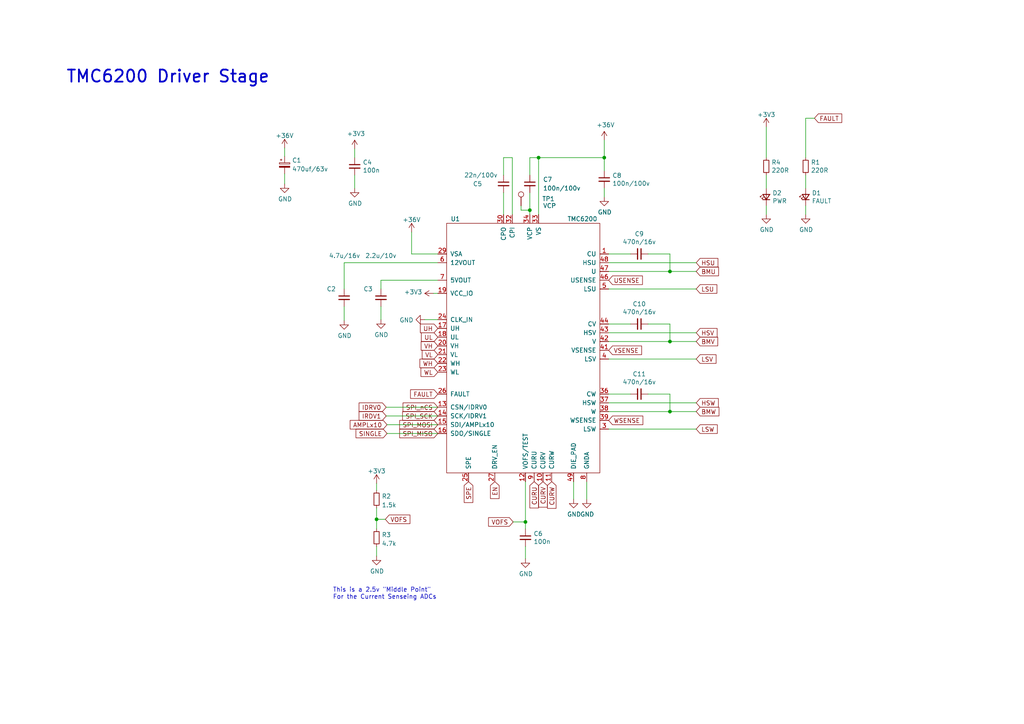
<source format=kicad_sch>
(kicad_sch (version 20250114) (generator "eeschema") (generator_version "9.0")
  (paper "A4")
  (title_block (title "ThunderMini") (date "2023-01-04") (rev "V1.0") (company "Yaseen M. Twati"))
  (lib_symbols
    (symbol "BrushlessESC-rescue:CP_Small-Device" (pin_numbers (hide yes)) (pin_names (offset 0.254) (hide yes))
      (property "Reference" "C" (at 0.254 1.778 0))
      (property "Value" "CP_Small-Device" (at 0.254 -2.032 0))
      (symbol "CP_Small-Device_0_1"
        (rectangle (start -1.524 0.6858) (end 1.524 0.3048))
        (rectangle (start -1.524 -0.3048) (end 1.524 -0.6858) (fill (type outline)))
        (polyline (pts (xy -1.27 1.524) (xy -0.762 1.524)))
        (polyline (pts (xy -1.016 1.27) (xy -1.016 1.778)))
      )
      (symbol "CP_Small-Device_1_1"
        (pin passive line (at 0 2.54 270) (length 1.8542) (name "~") (number "1"))
        (pin passive line (at 0 -2.54 90) (length 1.8542) (name "~") (number "2"))
      )
    )
    (symbol "BrushlessESC-rescue:TMC6200-MyParts" (pin_names (offset 1.016))
      (property "Reference" "U" (at -20.32 22.86 0))
      (property "Value" "TMC6200-MyParts" (at 0 -15.24 0))
      (symbol "TMC6200-MyParts_0_1"
        (rectangle (start -21.59 21.59) (end 22.86 -50.8))
      )
      (symbol "TMC6200-MyParts_1_1"
        (pin unspecified line (at -24.13 12.7 0) (length 2.54) (name "VSA") (number "29"))
        (pin unspecified line (at -24.13 10.16 0) (length 2.54) (name "12VOUT") (number "6"))
        (pin unspecified line (at -24.13 5.08 0) (length 2.54) (name "5VOUT") (number "7"))
        (pin unspecified line (at -24.13 1.27 0) (length 2.54) (name "VCC_IO") (number "19"))
        (pin unspecified line (at -24.13 -6.35 0) (length 2.54) (name "CLK_IN") (number "24"))
        (pin unspecified line (at -24.13 -8.89 0) (length 2.54) (name "UH") (number "17"))
        (pin unspecified line (at -24.13 -11.43 0) (length 2.54) (name "UL") (number "18"))
        (pin unspecified line (at -24.13 -13.97 0) (length 2.54) (name "VH") (number "20"))
        (pin unspecified line (at -24.13 -16.51 0) (length 2.54) (name "VL") (number "21"))
        (pin unspecified line (at -24.13 -19.05 0) (length 2.54) (name "WH") (number "22"))
        (pin unspecified line (at -24.13 -21.59 0) (length 2.54) (name "WL") (number "23"))
        (pin unspecified line (at -24.13 -27.94 0) (length 2.54) (name "FAULT") (number "26"))
        (pin unspecified line (at -24.13 -31.75 0) (length 2.54) (name "CSN/IDRV0") (number "13"))
        (pin unspecified line (at -24.13 -34.29 0) (length 2.54) (name "SCK/IDRV1") (number "14"))
        (pin unspecified line (at -24.13 -36.83 0) (length 2.54) (name "SDI/AMPLx10") (number "15"))
        (pin unspecified line (at -24.13 -39.37 0) (length 2.54) (name "SDO/SINGLE") (number "16"))
        (pin unspecified line (at -15.24 -53.34 90) (length 2.54) (name "SPE") (number "25"))
        (pin unspecified line (at -7.62 -53.34 90) (length 2.54) (name "DRV_EN") (number "27"))
        (pin unspecified line (at -5.08 24.13 270) (length 2.54) (name "CPO") (number "30"))
        (pin unspecified line (at -2.54 24.13 270) (length 2.54) (name "CPI") (number "32"))
        (pin unspecified line (at 1.27 -53.34 90) (length 2.54) (name "VOFS/TEST") (number "12"))
        (pin unspecified line (at 2.54 24.13 270) (length 2.54) (name "VCP") (number "34"))
        (pin unspecified line (at 3.81 -53.34 90) (length 2.54) (name "CURU") (number "9"))
        (pin unspecified line (at 5.08 24.13 270) (length 2.54) (name "VS") (number "33"))
        (pin unspecified line (at 6.35 -53.34 90) (length 2.54) (name "CURV") (number "10"))
        (pin unspecified line (at 8.89 -53.34 90) (length 2.54) (name "CURW") (number "11"))
        (pin unspecified line (at 15.24 -53.34 90) (length 2.54) (name "DIE_PAD") (number "49"))
        (pin unspecified line (at 19.05 -53.34 90) (length 2.54) (name "GNDA") (number "8"))
        (pin unspecified line (at 25.4 12.7 180) (length 2.54) (name "CU") (number "1"))
        (pin unspecified line (at 25.4 10.16 180) (length 2.54) (name "HSU") (number "48"))
        (pin unspecified line (at 25.4 7.62 180) (length 2.54) (name "U") (number "47"))
        (pin unspecified line (at 25.4 5.08 180) (length 2.54) (name "USENSE") (number "46"))
        (pin unspecified line (at 25.4 2.54 180) (length 2.54) (name "LSU") (number "5"))
        (pin unspecified line (at 25.4 -7.62 180) (length 2.54) (name "CV") (number "44"))
        (pin unspecified line (at 25.4 -10.16 180) (length 2.54) (name "HSV") (number "43"))
        (pin unspecified line (at 25.4 -12.7 180) (length 2.54) (name "V") (number "42"))
        (pin unspecified line (at 25.4 -15.24 180) (length 2.54) (name "VSENSE") (number "41"))
        (pin unspecified line (at 25.4 -17.78 180) (length 2.54) (name "LSV") (number "4"))
        (pin unspecified line (at 25.4 -27.94 180) (length 2.54) (name "CW") (number "36"))
        (pin unspecified line (at 25.4 -30.48 180) (length 2.54) (name "HSW") (number "37"))
        (pin unspecified line (at 25.4 -33.02 180) (length 2.54) (name "W") (number "38"))
        (pin unspecified line (at 25.4 -35.56 180) (length 2.54) (name "WSENSE") (number "39"))
        (pin unspecified line (at 25.4 -38.1 180) (length 2.54) (name "LSW") (number "3"))
      )
    )
    (symbol "Connector:TestPoint" (pin_numbers (hide yes)) (pin_names (offset 0.762) (hide yes))
      (property "Reference" "TP" (at 0 6.858 0))
      (property "Value" "TestPoint" (at 0 5.08 0))
      (symbol "TestPoint_0_1"
        (circle (center 0 3.302) (radius 0.762))
      )
      (symbol "TestPoint_1_1"
        (pin passive line (at 0 0 90) (length 2.54) (name "1") (number "1"))
      )
    )
    (symbol "Device:C_Small" (pin_numbers (hide yes)) (pin_names (offset 0.254) (hide yes))
      (property "Reference" "C" (at 0.254 1.778 0))
      (property "Value" "C_Small" (at 0.254 -2.032 0))
      (symbol "C_Small_0_1"
        (polyline (pts (xy -1.524 0.508) (xy 1.524 0.508)) (stroke (width 0.3048)))
        (polyline (pts (xy -1.524 -0.508) (xy 1.524 -0.508)) (stroke (width 0.3302)))
      )
      (symbol "C_Small_1_1"
        (pin passive line (at 0 2.54 270) (length 2.032) (name "~") (number "1"))
        (pin passive line (at 0 -2.54 90) (length 2.032) (name "~") (number "2"))
      )
    )
    (symbol "Device:LED_Small" (pin_numbers (hide yes)) (pin_names (offset 0.254) (hide yes))
      (property "Reference" "D" (at -1.27 3.175 0))
      (property "Value" "LED_Small" (at -4.445 -2.54 0))
      (symbol "LED_Small_0_1"
        (polyline (pts (xy -0.762 -1.016) (xy -0.762 1.016)) (stroke (width 0.254)))
        (polyline (pts (xy 0 0.762) (xy -0.508 1.27) (xy -0.254 1.27) (xy -0.508 1.27) (xy -0.508 1.016)))
        (polyline (pts (xy 0.508 1.27) (xy 0 1.778) (xy 0.254 1.778) (xy 0 1.778) (xy 0 1.524)))
        (polyline (pts (xy 0.762 -1.016) (xy -0.762 0) (xy 0.762 1.016) (xy 0.762 -1.016)) (stroke (width 0.254)))
        (polyline (pts (xy 1.016 0) (xy -0.762 0)))
      )
      (symbol "LED_Small_1_1"
        (pin passive line (at -2.54 0 0) (length 1.778) (name "K") (number "1"))
        (pin passive line (at 2.54 0 180) (length 1.778) (name "A") (number "2"))
      )
    )
    (symbol "Device:R_Small" (pin_numbers (hide yes)) (pin_names (offset 0.254) (hide yes))
      (property "Reference" "R" (at 0.762 0.508 0))
      (property "Value" "R_Small" (at 0.762 -1.016 0))
      (symbol "R_Small_0_1"
        (rectangle (start -0.762 1.778) (end 0.762 -1.778) (stroke (width 0.2032)))
      )
      (symbol "R_Small_1_1"
        (pin passive line (at 0 2.54 270) (length 0.762) (name "~") (number "1"))
        (pin passive line (at 0 -2.54 90) (length 0.762) (name "~") (number "2"))
      )
    )
    (symbol "power:+36V" (power) (pin_names (offset 0))
      (property "Value" "+36V" (at 0 3.556 0))
      (symbol "+36V_0_1"
        (polyline (pts (xy -0.762 1.27) (xy 0 2.54)))
        (polyline (pts (xy 0 2.54) (xy 0.762 1.27)))
        (polyline (pts (xy 0 0) (xy 0 2.54)))
      )
      (symbol "+36V_1_1"
        (pin power_in line (at 0 0 90) (length 0) (hide yes) (name "+36V") (number "1"))
      )
    )
    (symbol "power:+3V3" (power) (pin_names (offset 0))
      (property "Value" "+3V3" (at 0 3.556 0))
      (symbol "+3V3_0_1"
        (polyline (pts (xy -0.762 1.27) (xy 0 2.54)))
        (polyline (pts (xy 0 2.54) (xy 0.762 1.27)))
        (polyline (pts (xy 0 0) (xy 0 2.54)))
      )
      (symbol "+3V3_1_1"
        (pin power_in line (at 0 0 90) (length 0) (hide yes) (name "+3V3") (number "1"))
      )
    )
    (symbol "power:GND" (power) (pin_names (offset 0))
      (property "Value" "GND" (at 0 -3.81 0))
      (symbol "GND_0_1"
        (polyline (pts (xy 0 0) (xy 0 -1.27) (xy 1.27 -1.27) (xy 0 -2.54) (xy -1.27 -1.27) (xy 0 -1.27)))
      )
      (symbol "GND_1_1"
        (pin power_in line (at 0 0 270) (length 0) (hide yes) (name "GND") (number "1"))
      )
    )
  )
  (text "This is a 2.5v \"Middle Point\"\nFor the Current Senseing ADCs" (at 96.52 173.99 0) (effects (font (size 1.27 1.27)) (justify left bottom)))
  (text "TMC6200 Driver Stage" (at 19.05 24.384 0) (effects (font (size 3.5 3.5) (thickness 0.508) (bold yes)) (justify left bottom)))
  (junction (at 109.22 150.622))
  (junction (at 153.67 60.96))
  (junction (at 152.4 151.384))
  (junction (at 156.21 45.72))
  (junction (at 194.31 78.74))
  (junction (at 175.26 45.72))
  (junction (at 194.31 99.06))
  (junction (at 194.31 119.38))
  (wire (pts (xy 176.53 116.84) (xy 201.93 116.84)))
  (wire (pts (xy 112.268 125.73) (xy 127 125.73)))
  (wire (pts (xy 194.31 114.3) (xy 194.31 119.38)))
  (wire (pts (xy 176.53 104.14) (xy 201.93 104.14)))
  (wire (pts (xy 99.822 76.2) (xy 127 76.2)))
  (wire (pts (xy 119.38 67.31) (xy 119.38 73.66)))
  (wire (pts (xy 194.31 119.38) (xy 201.93 119.38)))
  (wire (pts (xy 112.014 118.11) (xy 127 118.11)))
  (wire (pts (xy 176.53 93.98) (xy 182.88 93.98)))
  (wire (pts (xy 176.53 119.38) (xy 194.31 119.38)))
  (wire (pts (xy 187.96 114.3) (xy 194.31 114.3)))
  (wire (pts (xy 176.53 124.46) (xy 201.93 124.46)))
  (wire (pts (xy 233.68 54.61) (xy 233.68 50.8)))
  (wire (pts (xy 99.822 83.82) (xy 99.822 76.2)))
  (wire (pts (xy 109.22 140.208) (xy 109.22 142.24)))
  (wire (pts (xy 109.22 158.496) (xy 109.22 161.29)))
  (wire (pts (xy 182.88 73.66) (xy 176.53 73.66)))
  (wire (pts (xy 109.22 150.622) (xy 111.76 150.622)))
  (wire (pts (xy 170.18 144.78) (xy 170.18 139.7)))
  (wire (pts (xy 112.268 123.19) (xy 127 123.19)))
  (wire (pts (xy 153.67 60.96) (xy 153.67 62.23)))
  (wire (pts (xy 153.67 45.72) (xy 153.67 50.8)))
  (wire (pts (xy 152.4 151.384) (xy 152.4 139.7)))
  (wire (pts (xy 176.53 96.52) (xy 201.93 96.52)))
  (wire (pts (xy 176.53 78.74) (xy 194.31 78.74)))
  (wire (pts (xy 148.59 62.23) (xy 148.59 45.72)))
  (wire (pts (xy 153.67 45.72) (xy 156.21 45.72)))
  (wire (pts (xy 109.22 150.622) (xy 109.22 153.416)))
  (wire (pts (xy 236.22 34.29) (xy 233.68 34.29)))
  (wire (pts (xy 222.25 54.61) (xy 222.25 50.8)))
  (wire (pts (xy 176.53 83.82) (xy 201.93 83.82)))
  (wire (pts (xy 82.55 50.419) (xy 82.55 53.34)))
  (wire (pts (xy 175.26 57.15) (xy 175.26 54.61)))
  (wire (pts (xy 110.49 83.82) (xy 110.49 81.28)))
  (wire (pts (xy 175.26 40.64) (xy 175.26 45.72)))
  (wire (pts (xy 148.844 151.384) (xy 152.4 151.384)))
  (wire (pts (xy 125.73 85.09) (xy 127 85.09)))
  (wire (pts (xy 222.25 62.23) (xy 222.25 59.69)))
  (wire (pts (xy 176.53 99.06) (xy 194.31 99.06)))
  (wire (pts (xy 82.55 42.926) (xy 82.55 45.339)))
  (wire (pts (xy 194.31 99.06) (xy 201.93 99.06)))
  (wire (pts (xy 112.014 120.65) (xy 127 120.65)))
  (wire (pts (xy 148.59 45.72) (xy 146.05 45.72)))
  (wire (pts (xy 194.31 78.74) (xy 201.93 78.74)))
  (wire (pts (xy 187.96 73.66) (xy 194.31 73.66)))
  (wire (pts (xy 152.4 153.416) (xy 152.4 151.384)))
  (wire (pts (xy 222.25 36.83) (xy 222.25 45.72)))
  (wire (pts (xy 156.21 45.72) (xy 156.21 62.23)))
  (wire (pts (xy 151.13 60.96) (xy 153.67 60.96)))
  (wire (pts (xy 166.37 144.78) (xy 166.37 139.7)))
  (wire (pts (xy 110.49 81.28) (xy 127 81.28)))
  (wire (pts (xy 233.68 34.29) (xy 233.68 45.72)))
  (wire (pts (xy 176.53 76.2) (xy 201.93 76.2)))
  (wire (pts (xy 187.96 93.98) (xy 194.31 93.98)))
  (wire (pts (xy 146.05 45.72) (xy 146.05 50.8)))
  (wire (pts (xy 175.26 45.72) (xy 175.26 49.53)))
  (wire (pts (xy 182.88 114.3) (xy 176.53 114.3)))
  (wire (pts (xy 102.87 50.8) (xy 102.87 54.61)))
  (wire (pts (xy 123.19 92.71) (xy 127 92.71)))
  (wire (pts (xy 110.49 92.71) (xy 110.49 88.9)))
  (wire (pts (xy 109.22 147.32) (xy 109.22 150.622)))
  (wire (pts (xy 152.4 162.052) (xy 152.4 158.496)))
  (wire (pts (xy 194.31 93.98) (xy 194.31 99.06)))
  (wire (pts (xy 99.822 88.9) (xy 99.822 92.964)))
  (wire (pts (xy 233.68 62.23) (xy 233.68 59.69)))
  (wire (pts (xy 119.38 73.66) (xy 127 73.66)))
  (wire (pts (xy 156.21 45.72) (xy 175.26 45.72)))
  (wire (pts (xy 153.67 55.88) (xy 153.67 60.96)))
  (wire (pts (xy 146.05 55.88) (xy 146.05 62.23)))
  (wire (pts (xy 102.87 45.72) (xy 102.87 43.18)))
  (wire (pts (xy 194.31 73.66) (xy 194.31 78.74)))
  (wire (pts (xy 151.13 59.69) (xy 151.13 60.96)))
  (global_label "IRDV1" (shape input) (at 112.014 120.65 180) (property "Intersheetrefs" "${INTERSHEET_REFS}" (effects (hide yes))))
  (global_label "UL" (shape input) (at 127 97.79 180) (property "Intersheetrefs" "${INTERSHEET_REFS}" (effects (hide yes))))
  (global_label "LSW" (shape input) (at 201.93 124.46 0) (property "Intersheetrefs" "${INTERSHEET_REFS}" (effects (hide yes))))
  (global_label "VOFS" (shape input) (at 148.844 151.384 180) (property "Intersheetrefs" "${INTERSHEET_REFS}" (effects (hide yes))))
  (global_label "BMV" (shape input) (at 201.93 99.06 0) (property "Intersheetrefs" "${INTERSHEET_REFS}" (effects (hide yes))))
  (global_label "AMPLx10" (shape input) (at 112.268 123.19 180) (property "Intersheetrefs" "${INTERSHEET_REFS}" (effects (hide yes))))
  (global_label "CURV" (shape input) (at 157.48 139.7 270) (property "Intersheetrefs" "${INTERSHEET_REFS}" (effects (hide yes))))
  (global_label "FAULT" (shape input) (at 127 114.3 180) (property "Intersheetrefs" "${INTERSHEET_REFS}" (effects (hide yes))))
  (global_label "HSU" (shape input) (at 201.93 76.2 0) (property "Intersheetrefs" "${INTERSHEET_REFS}" (effects (hide yes))))
  (global_label "WL" (shape input) (at 127 107.95 180) (property "Intersheetrefs" "${INTERSHEET_REFS}" (effects (hide yes))))
  (global_label "VOFS" (shape input) (at 111.76 150.622 0) (property "Intersheetrefs" "${INTERSHEET_REFS}" (effects (hide yes))))
  (global_label "LSU" (shape input) (at 201.93 83.82 0) (property "Intersheetrefs" "${INTERSHEET_REFS}" (effects (hide yes))))
  (global_label "WH" (shape input) (at 127 105.41 180) (property "Intersheetrefs" "${INTERSHEET_REFS}" (effects (hide yes))))
  (global_label "SINGLE" (shape input) (at 112.268 125.73 180) (property "Intersheetrefs" "${INTERSHEET_REFS}" (effects (hide yes))))
  (global_label "SPI_MOSI" (shape input) (at 127 123.19 180) (property "Intersheetrefs" "${INTERSHEET_REFS}" (effects (hide yes))))
  (global_label "HSV" (shape input) (at 201.93 96.52 0) (property "Intersheetrefs" "${INTERSHEET_REFS}" (effects (hide yes))))
  (global_label "VL" (shape input) (at 127 102.87 180) (property "Intersheetrefs" "${INTERSHEET_REFS}" (effects (hide yes))))
  (global_label "WSENSE" (shape input) (at 176.53 121.92 0) (property "Intersheetrefs" "${INTERSHEET_REFS}" (effects (hide yes))))
  (global_label "VH" (shape input) (at 127 100.33 180) (property "Intersheetrefs" "${INTERSHEET_REFS}" (effects (hide yes))))
  (global_label "LSV" (shape input) (at 201.93 104.14 0) (property "Intersheetrefs" "${INTERSHEET_REFS}" (effects (hide yes))))
  (global_label "BMW" (shape input) (at 201.93 119.38 0) (property "Intersheetrefs" "${INTERSHEET_REFS}" (effects (hide yes))))
  (global_label "CURW" (shape input) (at 160.02 139.7 270) (property "Intersheetrefs" "${INTERSHEET_REFS}" (effects (hide yes))))
  (global_label "SPI_SCK" (shape input) (at 127 120.65 180) (property "Intersheetrefs" "${INTERSHEET_REFS}" (effects (hide yes))))
  (global_label "CURU" (shape input) (at 154.94 139.7 270) (property "Intersheetrefs" "${INTERSHEET_REFS}" (effects (hide yes))))
  (global_label "HSW" (shape input) (at 201.93 116.84 0) (property "Intersheetrefs" "${INTERSHEET_REFS}" (effects (hide yes))))
  (global_label "SPE" (shape input) (at 135.89 139.7 270) (property "Intersheetrefs" "${INTERSHEET_REFS}" (effects (hide yes))))
  (global_label "EN" (shape input) (at 143.51 139.7 270) (property "Intersheetrefs" "${INTERSHEET_REFS}" (effects (hide yes))))
  (global_label "USENSE" (shape input) (at 176.53 81.28 0) (property "Intersheetrefs" "${INTERSHEET_REFS}" (effects (hide yes))))
  (global_label "BMU" (shape input) (at 201.93 78.74 0) (property "Intersheetrefs" "${INTERSHEET_REFS}" (effects (hide yes))))
  (global_label "SPI_nCS" (shape input) (at 127 118.11 180) (property "Intersheetrefs" "${INTERSHEET_REFS}" (effects (hide yes))))
  (global_label "FAULT" (shape input) (at 236.22 34.29 0) (property "Intersheetrefs" "${INTERSHEET_REFS}" (effects (hide yes))))
  (global_label "SPI_MISO" (shape input) (at 127 125.73 180) (property "Intersheetrefs" "${INTERSHEET_REFS}" (effects (hide yes))))
  (global_label "VSENSE" (shape input) (at 176.53 101.6 0) (property "Intersheetrefs" "${INTERSHEET_REFS}" (effects (hide yes))))
  (global_label "UH" (shape input) (at 127 95.25 180) (property "Intersheetrefs" "${INTERSHEET_REFS}" (effects (hide yes))))
  (global_label "IDRV0" (shape input) (at 112.014 118.11 180) (property "Intersheetrefs" "${INTERSHEET_REFS}" (effects (hide yes))))
  (symbol (lib_id "Device:C_Small") (at 102.87 48.26 0) (unit 1)
    (property "Reference" "C4" (at 105.2068 47.0916 0) (effects (justify left)))
    (property "Value" "100n" (at 105.2068 49.403 0) (effects (justify left)))
    (property "Footprint" "Capacitor_SMD:C_0603_1608Metric" (effects (hide yes)))
    (property "LCSC" "C14663" (effects (hide yes)))
  )
  (symbol (lib_id "power:GND") (at 123.19 92.71 270) (unit 1)
    (property "Reference" "#PWR011" (effects (hide yes)))
    (property "Value" "GND" (at 119.9388 92.837 90) (effects (justify right)))
  )
  (symbol (lib_id "power:+36V") (at 119.38 67.31 0) (unit 1)
    (property "Reference" "#PWR08" (effects (hide yes)))
    (property "Value" "+36V" (at 119.38 63.7342 0))
  )
  (symbol (lib_id "power:+3V3") (at 109.22 140.208 0) (unit 1)
    (property "Reference" "#PWR05" (effects (hide yes)))
    (property "Value" "+3V3" (at 109.22 136.6322 0))
  )
  (symbol (lib_id "Device:C_Small") (at 146.05 53.34 0) (unit 1)
    (property "Reference" "C5" (at 137.16 53.34 0) (effects (justify left)))
    (property "Value" "22n/100v" (at 134.62 50.8 0) (effects (justify left)))
    (property "Footprint" "Capacitor_SMD:C_0603_1608Metric" (effects (hide yes)))
    (property "LCSC" "C313105" (effects (hide yes)))
  )
  (symbol (lib_id "power:GND") (at 99.822 92.964 0) (unit 1)
    (property "Reference" "#PWR04" (effects (hide yes)))
    (property "Value" "GND" (at 99.949 97.3582 0))
  )
  (symbol (lib_id "power:GND") (at 152.4 162.052 0) (unit 1)
    (property "Reference" "#PWR013" (effects (hide yes)))
    (property "Value" "GND" (at 152.527 166.4462 0))
  )
  (symbol (lib_id "power:GND") (at 109.22 161.29 0) (unit 1)
    (property "Reference" "#PWR06" (effects (hide yes)))
    (property "Value" "GND" (at 109.347 165.6842 0))
  )
  (symbol (lib_id "Device:C_Small") (at 185.42 73.66 270) (unit 1)
    (property "Reference" "C9" (at 185.42 67.8434 90))
    (property "Value" "470n/16v" (at 185.42 70.1548 90))
    (property "Footprint" "Capacitor_SMD:C_0603_1608Metric" (effects (hide yes)))
    (property "LCSC" "C105526" (effects (hide yes)))
  )
  (symbol (lib_id "power:GND") (at 233.68 62.23 0) (unit 1)
    (property "Reference" "#PWR01" (effects (hide yes)))
    (property "Value" "GND" (at 233.807 66.6242 0))
  )
  (symbol (lib_id "Device:R_Small") (at 233.68 48.26 0) (unit 1)
    (property "Reference" "R1" (at 235.1786 47.0916 0) (effects (justify left)))
    (property "Value" "220R" (at 235.1786 49.403 0) (effects (justify left)))
    (property "Footprint" "Resistor_SMD:R_0603_1608Metric" (effects (hide yes)))
    (property "LCSC" "C22962" (effects (hide yes)))
  )
  (symbol (lib_id "power:GND") (at 170.18 144.78 0) (unit 1)
    (property "Reference" "#PWR015" (effects (hide yes)))
    (property "Value" "GND" (at 170.307 149.1742 0))
  )
  (symbol (lib_id "Device:C_Small") (at 152.4 155.956 0) (unit 1)
    (property "Reference" "C6" (at 154.7368 154.7876 0) (effects (justify left)))
    (property "Value" "100n" (at 154.7368 157.099 0) (effects (justify left)))
    (property "Footprint" "Capacitor_SMD:C_0603_1608Metric" (effects (hide yes)))
    (property "LCSC" "C14663" (effects (hide yes)))
  )
  (symbol (lib_id "power:+36V") (at 82.55 42.926 0) (unit 1)
    (property "Reference" "#PWR02" (effects (hide yes)))
    (property "Value" "+36V" (at 82.55 39.3502 0))
  )
  (symbol (lib_id "Device:C_Small") (at 153.67 53.34 0) (unit 1)
    (property "Reference" "C7" (at 157.48 52.07 0) (effects (justify left)))
    (property "Value" "100n/100v" (at 157.48 54.61 0) (effects (justify left)))
    (property "Footprint" "Capacitor_SMD:C_0805_2012Metric" (effects (hide yes)))
    (property "LCSC" "C28233" (effects (hide yes)))
  )
  (symbol (lib_id "power:GND") (at 222.25 62.23 0) (unit 1)
    (property "Reference" "#PWR019" (effects (hide yes)))
    (property "Value" "GND" (at 222.377 66.6242 0))
  )
  (symbol (lib_id "Device:R_Small") (at 222.25 48.26 0) (unit 1)
    (property "Reference" "R4" (at 223.7486 47.0916 0) (effects (justify left)))
    (property "Value" "220R" (at 223.7486 49.403 0) (effects (justify left)))
    (property "Footprint" "Resistor_SMD:R_0603_1608Metric" (effects (hide yes)))
    (property "LCSC" "C22962" (effects (hide yes)))
  )
  (symbol (lib_id "power:+3V3") (at 125.73 85.09 90) (unit 1)
    (property "Reference" "#PWR012" (effects (hide yes)))
    (property "Value" "+3V3" (at 122.4788 84.709 90) (effects (justify left)))
  )
  (symbol (lib_id "power:+3V3") (at 222.25 36.83 0) (unit 1)
    (property "Reference" "#PWR018" (effects (hide yes)))
    (property "Value" "+3V3" (at 222.25 33.2542 0))
  )
  (symbol (lib_id "Device:LED_Small") (at 233.68 57.15 90) (unit 1)
    (property "Reference" "D1" (at 235.458 55.9816 90) (effects (justify right)))
    (property "Value" "FAULT" (at 235.458 58.293 90) (effects (justify right)))
    (property "Footprint" "LED_SMD:LED_0603_1608Metric" (effects (hide yes)))
    (property "LCSC" "C2286" (effects (hide yes)))
  )
  (symbol (lib_id "power:+36V") (at 175.26 40.64 0) (unit 1)
    (property "Reference" "#PWR016" (effects (hide yes)))
    (property "Value" "+36V" (at 175.641 36.2458 0))
  )
  (symbol (lib_id "Device:C_Small") (at 99.822 86.36 0) (unit 1)
    (property "Reference" "C2" (at 94.742 83.82 0) (effects (justify left)))
    (property "Value" "4.7u/16v" (at 95.377 74.168 0) (effects (justify left)))
    (property "Footprint" "Capacitor_SMD:C_0603_1608Metric" (effects (hide yes)))
    (property "LCSC" "C19666" (effects (hide yes)))
  )
  (symbol (lib_id "power:GND") (at 175.26 57.15 0) (unit 1)
    (property "Reference" "#PWR017" (effects (hide yes)))
    (property "Value" "GND" (at 175.387 61.5442 0))
  )
  (symbol (lib_id "BrushlessESC-rescue:CP_Small-Device") (at 82.55 47.879 0) (unit 1)
    (property "Reference" "C1" (at 84.709 46.4982 0) (effects (justify left)))
    (property "Value" "470uf/63v" (at 84.709 49.0351 0) (effects (justify left)))
    (property "Footprint" "Capacitor_SMD:CP_Elec_16x22" (effects (hide yes)))
    (property "LCSC" "C249548" (effects (hide yes)))
  )
  (symbol (lib_id "Device:R_Small") (at 109.22 144.78 0) (unit 1)
    (property "Reference" "R2" (at 110.7186 143.9453 0) (effects (justify left)))
    (property "Value" "1.5k" (at 110.7186 146.4822 0) (effects (justify left)))
    (property "Footprint" "Resistor_SMD:R_0603_1608Metric" (effects (hide yes)))
  )
  (symbol (lib_id "power:+3V3") (at 102.87 43.18 0) (unit 1)
    (property "Reference" "#PWR09" (effects (hide yes)))
    (property "Value" "+3V3" (at 103.251 38.7858 0))
  )
  (symbol (lib_id "BrushlessESC-rescue:TMC6200-MyParts") (at 151.13 86.36 0) (unit 1)
    (property "Reference" "U1" (at 132.08 63.5 0))
    (property "Value" "TMC6200" (at 168.91 63.5 0))
    (property "Footprint" "Package_QFP:TQFP-48-1EP_7x7mm_P0.5mm_EP5x5mm_ThermalVias" (effects (hide yes)))
    (property "Datasheet" "https://datasheet.lcsc.com/lcsc/2011101306_TRINAMIC-Motion-Control-GmbH-TMC6200-TA_C915798.pdf" (effects (hide yes)))
    (property "LCSC" "C915798" (effects (hide yes)))
  )
  (symbol (lib_id "power:GND") (at 166.37 144.78 0) (unit 1)
    (property "Reference" "#PWR014" (effects (hide yes)))
    (property "Value" "GND" (at 166.497 149.1742 0))
  )
  (symbol (lib_id "Device:C_Small") (at 175.26 52.07 0) (unit 1)
    (property "Reference" "C8" (at 177.5968 50.9016 0) (effects (justify left)))
    (property "Value" "100n/100v" (at 177.5968 53.213 0) (effects (justify left)))
    (property "Footprint" "Capacitor_SMD:C_0805_2012Metric" (effects (hide yes)))
    (property "LCSC" "C28233" (effects (hide yes)))
  )
  (symbol (lib_id "power:GND") (at 102.87 54.61 0) (unit 1)
    (property "Reference" "#PWR010" (effects (hide yes)))
    (property "Value" "GND" (at 102.997 59.0042 0))
  )
  (symbol (lib_id "Device:C_Small") (at 110.49 86.36 0) (unit 1)
    (property "Reference" "C3" (at 105.41 83.82 0) (effects (justify left)))
    (property "Value" "2.2u/10v" (at 105.918 74.168 0) (effects (justify left)))
    (property "Footprint" "Capacitor_SMD:C_0603_1608Metric" (effects (hide yes)))
    (property "LCSC" "C23630" (effects (hide yes)))
  )
  (symbol (lib_id "power:GND") (at 82.55 53.34 0) (unit 1)
    (property "Reference" "#PWR03" (effects (hide yes)))
    (property "Value" "GND" (at 82.677 57.7342 0))
  )
  (symbol (lib_id "power:GND") (at 110.49 92.71 0) (unit 1)
    (property "Reference" "#PWR07" (effects (hide yes)))
    (property "Value" "GND" (at 110.617 97.1042 0))
  )
  (symbol (lib_id "Connector:TestPoint") (at 151.13 59.69 0) (unit 1)
    (property "Reference" "TP1" (at 157.23 57.6702 0) (effects (justify left)))
    (property "Value" "VCP" (at 157.48 59.69 0) (effects (justify left)))
    (property "Footprint" "TestPoint:TestPoint_Pad_D1.0mm" (effects (hide yes)))
  )
  (symbol (lib_id "Device:C_Small") (at 185.42 114.3 270) (unit 1)
    (property "Reference" "C11" (at 185.42 108.4834 90))
    (property "Value" "470n/16v" (at 185.42 110.7948 90))
    (property "Footprint" "Capacitor_SMD:C_0603_1608Metric" (effects (hide yes)))
    (property "LCSC" "C105526" (effects (hide yes)))
  )
  (symbol (lib_id "Device:R_Small") (at 109.22 155.956 0) (unit 1)
    (property "Reference" "R3" (at 110.7186 155.1213 0) (effects (justify left)))
    (property "Value" "4.7k" (at 110.7186 157.6582 0) (effects (justify left)))
    (property "Footprint" "Resistor_SMD:R_0603_1608Metric" (effects (hide yes)))
  )
  (symbol (lib_id "Device:C_Small") (at 185.42 93.98 270) (unit 1)
    (property "Reference" "C10" (at 185.42 88.1634 90))
    (property "Value" "470n/16v" (at 185.42 90.4748 90))
    (property "Footprint" "Capacitor_SMD:C_0603_1608Metric" (effects (hide yes)))
    (property "LCSC" "C105526" (effects (hide yes)))
  )
  (symbol (lib_id "Device:LED_Small") (at 222.25 57.15 90) (unit 1)
    (property "Reference" "D2" (at 224.028 55.9816 90) (effects (justify right)))
    (property "Value" "PWR" (at 224.028 58.293 90) (effects (justify right)))
    (property "Footprint" "LED_SMD:LED_0603_1608Metric" (effects (hide yes)))
    (property "LCSC" "C72043" (effects (hide yes)))
  )
)
</source>
